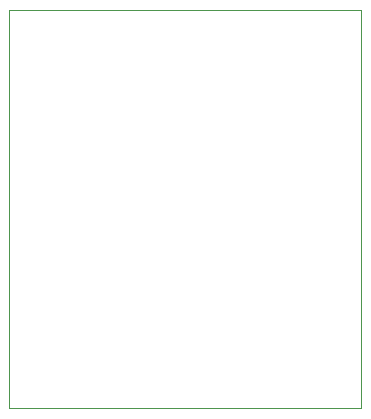
<source format=gm1>
G04 #@! TF.FileFunction,Profile,NP*
%FSLAX46Y46*%
G04 Gerber Fmt 4.6, Leading zero omitted, Abs format (unit mm)*
G04 Created by KiCad (PCBNEW 4.0.2+dfsg1-stable) date Di 23 Mai 2017 03:16:38 CEST*
%MOMM*%
G01*
G04 APERTURE LIST*
%ADD10C,0.100000*%
G04 APERTURE END LIST*
D10*
X76900000Y-90900000D02*
X47100000Y-90900000D01*
X47100000Y-124600000D02*
X76900000Y-124600000D01*
X47100000Y-124600000D02*
X47100000Y-90900000D01*
X76900000Y-90900000D02*
X76900000Y-124600000D01*
M02*

</source>
